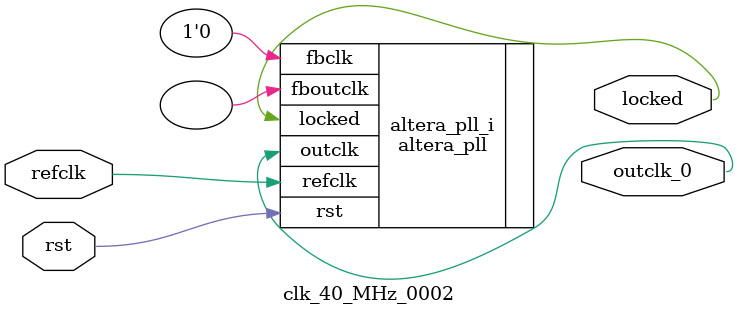
<source format=v>
`timescale 1ns/10ps
module  clk_40_MHz_0002(

	// interface 'refclk'
	input wire refclk,

	// interface 'reset'
	input wire rst,

	// interface 'outclk0'
	output wire outclk_0,

	// interface 'locked'
	output wire locked
);

	altera_pll #(
		.fractional_vco_multiplier("true"),
		.reference_clock_frequency("50.0 MHz"),
		.operation_mode("direct"),
		.number_of_clocks(1),
		.output_clock_frequency0("40.000000 MHz"),
		.phase_shift0("0 ps"),
		.duty_cycle0(50),
		.output_clock_frequency1("0 MHz"),
		.phase_shift1("0 ps"),
		.duty_cycle1(50),
		.output_clock_frequency2("0 MHz"),
		.phase_shift2("0 ps"),
		.duty_cycle2(50),
		.output_clock_frequency3("0 MHz"),
		.phase_shift3("0 ps"),
		.duty_cycle3(50),
		.output_clock_frequency4("0 MHz"),
		.phase_shift4("0 ps"),
		.duty_cycle4(50),
		.output_clock_frequency5("0 MHz"),
		.phase_shift5("0 ps"),
		.duty_cycle5(50),
		.output_clock_frequency6("0 MHz"),
		.phase_shift6("0 ps"),
		.duty_cycle6(50),
		.output_clock_frequency7("0 MHz"),
		.phase_shift7("0 ps"),
		.duty_cycle7(50),
		.output_clock_frequency8("0 MHz"),
		.phase_shift8("0 ps"),
		.duty_cycle8(50),
		.output_clock_frequency9("0 MHz"),
		.phase_shift9("0 ps"),
		.duty_cycle9(50),
		.output_clock_frequency10("0 MHz"),
		.phase_shift10("0 ps"),
		.duty_cycle10(50),
		.output_clock_frequency11("0 MHz"),
		.phase_shift11("0 ps"),
		.duty_cycle11(50),
		.output_clock_frequency12("0 MHz"),
		.phase_shift12("0 ps"),
		.duty_cycle12(50),
		.output_clock_frequency13("0 MHz"),
		.phase_shift13("0 ps"),
		.duty_cycle13(50),
		.output_clock_frequency14("0 MHz"),
		.phase_shift14("0 ps"),
		.duty_cycle14(50),
		.output_clock_frequency15("0 MHz"),
		.phase_shift15("0 ps"),
		.duty_cycle15(50),
		.output_clock_frequency16("0 MHz"),
		.phase_shift16("0 ps"),
		.duty_cycle16(50),
		.output_clock_frequency17("0 MHz"),
		.phase_shift17("0 ps"),
		.duty_cycle17(50),
		.pll_type("General"),
		.pll_subtype("General")
	) altera_pll_i (
		.rst	(rst),
		.outclk	({outclk_0}),
		.locked	(locked),
		.fboutclk	( ),
		.fbclk	(1'b0),
		.refclk	(refclk)
	);
endmodule


</source>
